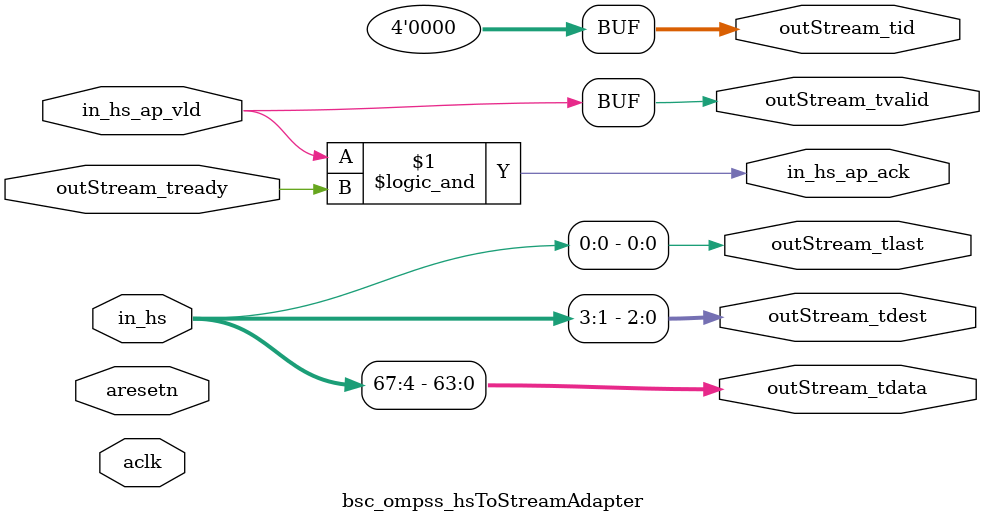
<source format=v>
/*------------------------------------------------------------------------*/
/*    (C) Copyright 2017-2022 Barcelona Supercomputing Center             */
/*                            Centro Nacional de Supercomputacion         */
/*                                                                        */
/*    This file is part of OmpSs@FPGA toolchain.                          */
/*                                                                        */
/*    This code is free software; you can redistribute it and/or modify   */
/*    it under the terms of the GNU Lesser General Public License as      */
/*    published by the Free Software Foundation; either version 3 of      */
/*    the License, or (at your option) any later version.                 */
/*                                                                        */
/*    OmpSs@FPGA toolchain is distributed in the hope that it will be     */
/*    useful, but WITHOUT ANY WARRANTY; without even the implied          */
/*    warranty of MERCHANTABILITY or FITNESS FOR A PARTICULAR PURPOSE.    */
/*    See the GNU Lesser General Public License for more details.         */
/*                                                                        */
/*    You should have received a copy of the GNU Lesser General Public    */
/*    License along with this code. If not, see <www.gnu.org/licenses/>.  */
/*------------------------------------------------------------------------*/

module bsc_ompss_hsToStreamAdapter #(
    parameter USE_BUFFER = 0,
    parameter TID_WIDTH = 4,
    parameter ACCID = 0
)
(
    input       aclk,
    input       aresetn,

    input [67:0] in_hs,
    input        in_hs_ap_vld,
    output       in_hs_ap_ack,

    output [63:0] outStream_tdata,
    output [2:0]  outStream_tdest,
    output [TID_WIDTH-1:0]  outStream_tid,
    output        outStream_tlast,
    output        outStream_tvalid,
    input         outStream_tready
);

    if (USE_BUFFER) begin

    localparam IDLE = 0;
    localparam WAIT_READY = 1;

    reg [0:0] state;
    reg [63:0] buf_data;
    reg [2:0] buf_dest;
    reg buf_last;
    reg ack;

    assign outStream_tid = ACCID;
    assign outStream_tdata = buf_data;
    assign outStream_tlast = buf_last;
    assign outStream_tdest = buf_dest;
    assign outStream_tvalid = state == WAIT_READY;

    assign in_hs_ap_ack = ack;

    always @(posedge aclk) begin

        ack <= 0;

        case (state)

            IDLE: begin
                buf_last <= in_hs[0];
                buf_dest <= in_hs[3:1];
                buf_data <= in_hs[67:4];

                if (in_hs_ap_vld) begin
                    ack <= 1;
                    state <= WAIT_READY;
                end
            end

            WAIT_READY: begin
                if (outStream_tready) begin
                    state <= IDLE;
                end
            end

        endcase

        if (!aresetn) begin
            state <= IDLE;
        end
    end

    end else begin

    assign outStream_tid = ACCID;
    assign outStream_tdata = in_hs[67:4];
    assign outStream_tlast = in_hs[0];
    assign outStream_tdest = in_hs[3:1];
    assign outStream_tvalid = in_hs_ap_vld;

    assign in_hs_ap_ack = in_hs_ap_vld && outStream_tready;

    end

endmodule

</source>
